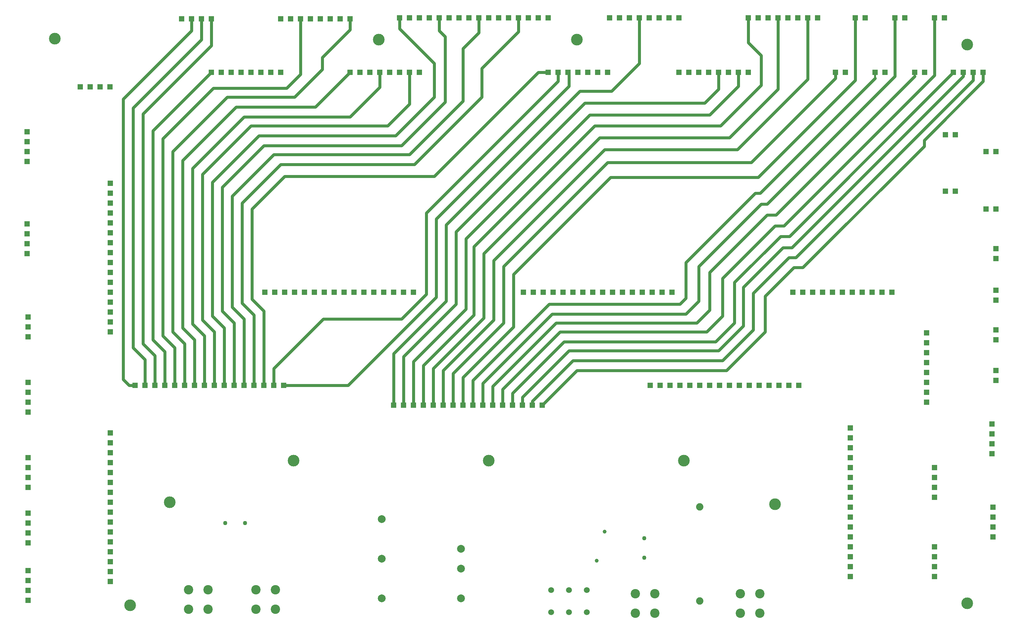
<source format=gbl>
G04 (created by PCBNEW (2013-07-07 BZR 4022)-stable) date 3/30/2016 4:45:44 AM*
%MOIN*%
G04 Gerber Fmt 3.4, Leading zero omitted, Abs format*
%FSLAX34Y34*%
G01*
G70*
G90*
G04 APERTURE LIST*
%ADD10C,0.00590551*%
%ADD11C,0.11811*%
%ADD12R,0.055X0.055*%
%ADD13C,0.0944882*%
%ADD14C,0.0787402*%
%ADD15C,0.0744094*%
%ADD16C,0.0433071*%
%ADD17C,0.0393701*%
%ADD18C,0.0598425*%
%ADD19C,0.0301575*%
%ADD20C,0.0201575*%
%ADD21C,0.01*%
G04 APERTURE END LIST*
G54D10*
G54D11*
X77400Y-29000D03*
G54D12*
X116400Y-32300D03*
X32800Y-63900D03*
X36800Y-63900D03*
X40800Y-63900D03*
X43800Y-63900D03*
X46800Y-63900D03*
X58900Y-65900D03*
X60900Y-65900D03*
X37800Y-63900D03*
X33800Y-63900D03*
X115400Y-32300D03*
X66900Y-65900D03*
X64900Y-65900D03*
X63900Y-65900D03*
X62900Y-65900D03*
X103500Y-32300D03*
X99700Y-26800D03*
X96700Y-26800D03*
X93700Y-32300D03*
X99800Y-63900D03*
X72000Y-54500D03*
X76000Y-54500D03*
X80000Y-54500D03*
X83000Y-54500D03*
X86000Y-54500D03*
X85800Y-63900D03*
X89800Y-63900D03*
X93800Y-63900D03*
X96800Y-63900D03*
X86700Y-26800D03*
X91700Y-32300D03*
X94700Y-26800D03*
X97700Y-26800D03*
X100700Y-26800D03*
X104500Y-32300D03*
X106500Y-26800D03*
X109500Y-26800D03*
X112500Y-32300D03*
X21900Y-39300D03*
X61500Y-26800D03*
X65500Y-26800D03*
X68500Y-26800D03*
X71500Y-26800D03*
X73500Y-26800D03*
X74500Y-32300D03*
X77500Y-32300D03*
X80700Y-26800D03*
X21900Y-40300D03*
X60500Y-32300D03*
X112700Y-58600D03*
X112700Y-60600D03*
X112700Y-62600D03*
X112700Y-64600D03*
X22000Y-76800D03*
X22000Y-73200D03*
X22000Y-66600D03*
X22000Y-63600D03*
X40500Y-32300D03*
X83700Y-26800D03*
X80500Y-32300D03*
X76500Y-32300D03*
X64500Y-26800D03*
X60500Y-26800D03*
X59500Y-32300D03*
X55500Y-32300D03*
X44500Y-32300D03*
X42500Y-32300D03*
X57900Y-54500D03*
X39500Y-26900D03*
X43500Y-32300D03*
X45500Y-32300D03*
X46500Y-32300D03*
X47500Y-26900D03*
X50500Y-26900D03*
X53500Y-26900D03*
X56500Y-32300D03*
X30300Y-54500D03*
X30300Y-55500D03*
X30300Y-68700D03*
X30300Y-69700D03*
X30300Y-72700D03*
X30300Y-73700D03*
X22000Y-84600D03*
X119300Y-70800D03*
X119300Y-68800D03*
X30250Y-33750D03*
X30300Y-53500D03*
X30300Y-52500D03*
X30300Y-51500D03*
X30300Y-49500D03*
X30300Y-46500D03*
X30300Y-44500D03*
X30300Y-43500D03*
X105000Y-68200D03*
X30300Y-83700D03*
X105000Y-82200D03*
X105000Y-81200D03*
X105000Y-79200D03*
X105000Y-77200D03*
X105000Y-76200D03*
X21900Y-50600D03*
X22000Y-59000D03*
X22000Y-65600D03*
X22000Y-72200D03*
X105000Y-83200D03*
X30300Y-81700D03*
X105000Y-80200D03*
X105000Y-78200D03*
X105000Y-75200D03*
X105000Y-74200D03*
X105000Y-71200D03*
X105000Y-70200D03*
X30300Y-45500D03*
X30300Y-47500D03*
X78000Y-54500D03*
X119700Y-59300D03*
X114600Y-44300D03*
X115600Y-38600D03*
X108200Y-54500D03*
X105200Y-54500D03*
X98800Y-63900D03*
X95800Y-63900D03*
X92800Y-63900D03*
X88800Y-63900D03*
X119700Y-62400D03*
X74000Y-54500D03*
X59900Y-54500D03*
X55900Y-54500D03*
X70900Y-65900D03*
X73900Y-65900D03*
X47900Y-54500D03*
X50900Y-54500D03*
X53900Y-54500D03*
X30300Y-50500D03*
X30300Y-79700D03*
X30300Y-77700D03*
X30300Y-76700D03*
X105000Y-73200D03*
X105000Y-72200D03*
X105000Y-69200D03*
X30300Y-58500D03*
X30300Y-48500D03*
X22000Y-57000D03*
X30300Y-56500D03*
X30300Y-57500D03*
X30300Y-70700D03*
X30300Y-71700D03*
X30300Y-74700D03*
X30300Y-75700D03*
X119400Y-77200D03*
X113500Y-74200D03*
X106200Y-54500D03*
X113500Y-80200D03*
X119400Y-78200D03*
X113500Y-75200D03*
X113500Y-72200D03*
X119700Y-58300D03*
X119700Y-46100D03*
X115600Y-44300D03*
X118700Y-40300D03*
X109200Y-54500D03*
X113500Y-82200D03*
X103200Y-54500D03*
X101200Y-54500D03*
X91800Y-63900D03*
X87800Y-63900D03*
X84800Y-63900D03*
X85000Y-54500D03*
X82000Y-54500D03*
X79000Y-54500D03*
X21900Y-49600D03*
X69500Y-26800D03*
X72500Y-26800D03*
X74500Y-26800D03*
X75500Y-32300D03*
X78500Y-32300D03*
X81700Y-26800D03*
X84700Y-26800D03*
X87700Y-26800D03*
X21900Y-47600D03*
X75000Y-54500D03*
X22000Y-58000D03*
X22000Y-64600D03*
X22000Y-71200D03*
X22000Y-74200D03*
X22000Y-77800D03*
X22000Y-79800D03*
X29250Y-33750D03*
X27250Y-33750D03*
X63500Y-26800D03*
X90700Y-32300D03*
X89700Y-32300D03*
X88700Y-32300D03*
X87700Y-32300D03*
X85700Y-26800D03*
X82700Y-26800D03*
X79500Y-32300D03*
X70500Y-26800D03*
X67500Y-26800D03*
X94700Y-32300D03*
X59500Y-26800D03*
X58500Y-32300D03*
X54500Y-32300D03*
X52500Y-26900D03*
X49500Y-26900D03*
X41500Y-32300D03*
X40500Y-26900D03*
X38500Y-26900D03*
X65900Y-65900D03*
X60900Y-54500D03*
X56900Y-54500D03*
X52900Y-54500D03*
X49900Y-54500D03*
X46900Y-54500D03*
X72900Y-65900D03*
X69900Y-65900D03*
X67900Y-65900D03*
X66500Y-26800D03*
X44800Y-63900D03*
X41800Y-63900D03*
X38800Y-63900D03*
X34800Y-63900D03*
X117400Y-32300D03*
X113500Y-26800D03*
X110500Y-26800D03*
X107500Y-32300D03*
X30300Y-80700D03*
X119700Y-51100D03*
X119700Y-50100D03*
X119700Y-55300D03*
X119700Y-54300D03*
X119700Y-63400D03*
X113500Y-73200D03*
X119400Y-76200D03*
X119400Y-79200D03*
X30300Y-78700D03*
X118700Y-46100D03*
X30300Y-82700D03*
X112700Y-65600D03*
X112700Y-63600D03*
X112700Y-61600D03*
X112700Y-59600D03*
X21900Y-38300D03*
X68900Y-65900D03*
X71900Y-65900D03*
X22000Y-85600D03*
X21900Y-48600D03*
X21900Y-41300D03*
X22000Y-82600D03*
X22000Y-78800D03*
X113500Y-81200D03*
X113500Y-83200D03*
X28250Y-33750D03*
X119300Y-67800D03*
X119300Y-69800D03*
X45900Y-54500D03*
X22000Y-83600D03*
X99200Y-54500D03*
X100200Y-54500D03*
X102200Y-54500D03*
X104200Y-54500D03*
X107200Y-54500D03*
X114600Y-38600D03*
X119700Y-40300D03*
X59900Y-65900D03*
X108500Y-32300D03*
X111500Y-32300D03*
X114500Y-26800D03*
X118400Y-32300D03*
X35800Y-63900D03*
X39800Y-63900D03*
X42800Y-63900D03*
X45800Y-63900D03*
X47800Y-63900D03*
X105500Y-26800D03*
X61900Y-65900D03*
X47500Y-32300D03*
X48500Y-26900D03*
X51500Y-26900D03*
X54500Y-26900D03*
X57500Y-32300D03*
X61500Y-32300D03*
X62500Y-26800D03*
X87000Y-54500D03*
X48900Y-54500D03*
X51900Y-54500D03*
X54900Y-54500D03*
X58900Y-54500D03*
X73000Y-54500D03*
X77000Y-54500D03*
X81000Y-54500D03*
X84000Y-54500D03*
X37500Y-26900D03*
X86800Y-63900D03*
X90800Y-63900D03*
X94800Y-63900D03*
X97800Y-63900D03*
X92700Y-32300D03*
X95700Y-26800D03*
X98700Y-26800D03*
X101700Y-26800D03*
G54D11*
X24700Y-28900D03*
X32300Y-86100D03*
X116800Y-85900D03*
X116800Y-29500D03*
X68500Y-71500D03*
X57400Y-29000D03*
G54D13*
X93900Y-86900D03*
X93900Y-84931D03*
X95868Y-84931D03*
X95868Y-86900D03*
X83300Y-86900D03*
X83300Y-84931D03*
X85268Y-84931D03*
X85268Y-86900D03*
X38200Y-86500D03*
X38200Y-84531D03*
X40168Y-84531D03*
X40168Y-86500D03*
X45000Y-86500D03*
X45000Y-84531D03*
X46968Y-84531D03*
X46968Y-86500D03*
G54D14*
X65700Y-82400D03*
X65700Y-80400D03*
X57700Y-77400D03*
X57700Y-81400D03*
X57700Y-85400D03*
X65700Y-85400D03*
G54D15*
X89800Y-85651D03*
X89800Y-76148D03*
G54D16*
X41915Y-77800D03*
X43884Y-77800D03*
X84200Y-81284D03*
X84200Y-79315D03*
G54D17*
X80187Y-78647D03*
X79400Y-81600D03*
G54D11*
X88200Y-71500D03*
X48800Y-71500D03*
X36300Y-75700D03*
X97400Y-75900D03*
G54D18*
X74788Y-84555D03*
X76600Y-84555D03*
X78411Y-84555D03*
X74788Y-86800D03*
X76600Y-86800D03*
X78411Y-86800D03*
G54D19*
X76100Y-59500D02*
X91400Y-59500D01*
X97950Y-48850D02*
X98850Y-48850D01*
X91400Y-59500D02*
X93300Y-57600D01*
X93300Y-57600D02*
X93300Y-53500D01*
X93300Y-53500D02*
X97950Y-48850D01*
X70900Y-65900D02*
X70900Y-64700D01*
X98850Y-48850D02*
X115400Y-32300D01*
X70900Y-64700D02*
X76100Y-59500D01*
X77000Y-61400D02*
X92100Y-61400D01*
X72900Y-65900D02*
X72900Y-65500D01*
X92100Y-61400D02*
X95200Y-58300D01*
X95200Y-58300D02*
X95200Y-54600D01*
X95200Y-54600D02*
X98800Y-51000D01*
X98800Y-51000D02*
X99500Y-51000D01*
X117400Y-33100D02*
X99500Y-51000D01*
X117400Y-32900D02*
X117400Y-32300D01*
X117400Y-32900D02*
X117400Y-33100D01*
X72900Y-65500D02*
X77000Y-61400D01*
X91700Y-60400D02*
X76600Y-60400D01*
X71900Y-65900D02*
X71900Y-65100D01*
X91700Y-60400D02*
X94200Y-57900D01*
X94200Y-57900D02*
X94200Y-54000D01*
X94200Y-54000D02*
X98200Y-50000D01*
X99100Y-50000D02*
X110200Y-38900D01*
X99100Y-50000D02*
X98200Y-50000D01*
X71900Y-65100D02*
X76600Y-60400D01*
X110200Y-38900D02*
X110200Y-38900D01*
X116400Y-32700D02*
X116400Y-32300D01*
X110200Y-38900D02*
X116400Y-32700D01*
X74600Y-55700D02*
X87800Y-55700D01*
X95400Y-44500D02*
X88400Y-51500D01*
X95400Y-44500D02*
X95900Y-44500D01*
X95900Y-44500D02*
X107500Y-32900D01*
G54D20*
X107500Y-32300D02*
X107500Y-32900D01*
G54D19*
X88400Y-51500D02*
X88400Y-55100D01*
X88400Y-55100D02*
X87800Y-55700D01*
X66900Y-63400D02*
X66900Y-65900D01*
X74600Y-55700D02*
X66900Y-63400D01*
X67800Y-31900D02*
X71500Y-28200D01*
X71500Y-28200D02*
X71500Y-26800D01*
X44800Y-56800D02*
X43600Y-55600D01*
X43600Y-45500D02*
X44800Y-44300D01*
X43600Y-55600D02*
X43600Y-45500D01*
X44800Y-63900D02*
X44800Y-56800D01*
X47500Y-41600D02*
X61000Y-41600D01*
X47500Y-41600D02*
X44800Y-44300D01*
X67800Y-34800D02*
X67800Y-31900D01*
X61000Y-41600D02*
X67800Y-34800D01*
X59500Y-26800D02*
X59500Y-27900D01*
X41800Y-58100D02*
X40600Y-56900D01*
X40600Y-43400D02*
X41800Y-42200D01*
X40600Y-56900D02*
X40600Y-43400D01*
X41800Y-58100D02*
X41800Y-63900D01*
X45300Y-38700D02*
X59100Y-38700D01*
X41800Y-42200D02*
X45300Y-38700D01*
X63000Y-34800D02*
X63000Y-31400D01*
X59100Y-38700D02*
X63000Y-34800D01*
X59500Y-27900D02*
X63000Y-31400D01*
X88400Y-56700D02*
X74900Y-56700D01*
X67900Y-65900D02*
X67900Y-63700D01*
X109500Y-32700D02*
X109500Y-26800D01*
X96600Y-45600D02*
X109500Y-32700D01*
X96000Y-45600D02*
X96600Y-45600D01*
X89700Y-51900D02*
X96000Y-45600D01*
X89700Y-55400D02*
X89700Y-51900D01*
X88400Y-56700D02*
X89700Y-55400D01*
X74900Y-56700D02*
X67900Y-63700D01*
X42800Y-57600D02*
X41600Y-56400D01*
X41600Y-43900D02*
X42800Y-42700D01*
X41600Y-56400D02*
X41600Y-43900D01*
X63500Y-26800D02*
X63500Y-28100D01*
X42800Y-42700D02*
X45800Y-39700D01*
X64100Y-35300D02*
X64100Y-28700D01*
X59700Y-39700D02*
X64100Y-35300D01*
X45800Y-39700D02*
X59700Y-39700D01*
X63500Y-28100D02*
X64100Y-28700D01*
X42800Y-63900D02*
X42800Y-57600D01*
X43800Y-57200D02*
X42600Y-56000D01*
X42600Y-44800D02*
X43800Y-43600D01*
X42600Y-56000D02*
X42600Y-44800D01*
X46800Y-40600D02*
X60500Y-40600D01*
X46800Y-40600D02*
X43800Y-43600D01*
X67500Y-28300D02*
X67500Y-26800D01*
X65900Y-29900D02*
X67500Y-28300D01*
X65900Y-35200D02*
X65900Y-29900D01*
X60500Y-40600D02*
X65900Y-35200D01*
X43800Y-63900D02*
X43800Y-57200D01*
X40800Y-58500D02*
X39600Y-57300D01*
X39600Y-42600D02*
X40800Y-41400D01*
X39600Y-57300D02*
X39600Y-42600D01*
X40800Y-63800D02*
X40800Y-58500D01*
X44500Y-37700D02*
X58300Y-37700D01*
X40800Y-41400D02*
X44500Y-37700D01*
X60500Y-35500D02*
X60500Y-32300D01*
X58300Y-37700D02*
X60500Y-35500D01*
X75300Y-57600D02*
X89500Y-57600D01*
X68900Y-65900D02*
X68900Y-64000D01*
G54D20*
X111500Y-32700D02*
X111500Y-32300D01*
G54D19*
X97500Y-46700D02*
X111500Y-32700D01*
X96600Y-46700D02*
X97500Y-46700D01*
X90800Y-52500D02*
X96600Y-46700D01*
X90800Y-56300D02*
X90800Y-52500D01*
X89500Y-57600D02*
X90800Y-56300D01*
X75300Y-57600D02*
X68900Y-64000D01*
X37800Y-59700D02*
X36600Y-58500D01*
X36600Y-40300D02*
X37800Y-39100D01*
X36600Y-58500D02*
X36600Y-40300D01*
X37800Y-63900D02*
X37800Y-59700D01*
X42100Y-34800D02*
X48900Y-34800D01*
X37800Y-39100D02*
X42100Y-34800D01*
X54500Y-28000D02*
X54500Y-26900D01*
X51700Y-30800D02*
X54500Y-28000D01*
X51700Y-32000D02*
X51700Y-30800D01*
X48900Y-34800D02*
X51700Y-32000D01*
X38800Y-59300D02*
X37600Y-58100D01*
X37600Y-41200D02*
X38800Y-40000D01*
X37600Y-58100D02*
X37600Y-41200D01*
X38800Y-63900D02*
X38800Y-59300D01*
X43000Y-35800D02*
X51000Y-35800D01*
X38800Y-40000D02*
X43000Y-35800D01*
X51000Y-35800D02*
X54500Y-32300D01*
X39800Y-58900D02*
X38600Y-57700D01*
X38600Y-42000D02*
X39800Y-40800D01*
X38600Y-57700D02*
X38600Y-42000D01*
X39800Y-63900D02*
X39800Y-58900D01*
X43800Y-36800D02*
X54500Y-36800D01*
X39800Y-40800D02*
X43800Y-36800D01*
X57500Y-33800D02*
X57500Y-32300D01*
X54500Y-36800D02*
X57500Y-33800D01*
X90500Y-58500D02*
X75700Y-58500D01*
X69900Y-65900D02*
X69900Y-64300D01*
X113500Y-32600D02*
X113500Y-26800D01*
X98300Y-47800D02*
X113500Y-32600D01*
X97400Y-47800D02*
X98300Y-47800D01*
X92100Y-53100D02*
X97400Y-47800D01*
X92100Y-56900D02*
X92100Y-53100D01*
X90500Y-58500D02*
X92100Y-56900D01*
X69900Y-64300D02*
X75700Y-58500D01*
X34800Y-60900D02*
X33600Y-59700D01*
X33600Y-36500D02*
X34800Y-35300D01*
X33600Y-59700D02*
X33600Y-36500D01*
X34800Y-63900D02*
X34800Y-60900D01*
X40500Y-28600D02*
X40500Y-26900D01*
X40500Y-29600D02*
X40500Y-28600D01*
X34800Y-35300D02*
X40500Y-29600D01*
X32600Y-60100D02*
X33800Y-61300D01*
X39500Y-29000D02*
X39500Y-28300D01*
X32600Y-35900D02*
X39500Y-29000D01*
X39500Y-26900D02*
X39500Y-28300D01*
X32600Y-35900D02*
X32600Y-60100D01*
X33800Y-61300D02*
X33800Y-63900D01*
X32800Y-63900D02*
X32200Y-63900D01*
X31600Y-63300D02*
X31600Y-61700D01*
X32200Y-63900D02*
X31600Y-63300D01*
X38500Y-28100D02*
X38500Y-26900D01*
X38500Y-28100D02*
X31600Y-35000D01*
X31600Y-61700D02*
X31600Y-35000D01*
X35800Y-60500D02*
X34600Y-59300D01*
X34600Y-38200D02*
X35800Y-37000D01*
X34600Y-59300D02*
X34600Y-38200D01*
X35800Y-60500D02*
X35800Y-63900D01*
X35800Y-37000D02*
X40500Y-32300D01*
X36800Y-60100D02*
X35600Y-58900D01*
X35600Y-39000D02*
X36800Y-37800D01*
X35600Y-58900D02*
X35600Y-39000D01*
X36800Y-63900D02*
X36800Y-60100D01*
X36800Y-37800D02*
X40700Y-33900D01*
X49500Y-32500D02*
X49500Y-26900D01*
X48100Y-33900D02*
X49500Y-32500D01*
X40700Y-33900D02*
X48100Y-33900D01*
X77700Y-34200D02*
X80900Y-34200D01*
X80900Y-34200D02*
X83700Y-31400D01*
X83700Y-26800D02*
X83700Y-31400D01*
X58900Y-60700D02*
X58900Y-65900D01*
X58900Y-60700D02*
X64200Y-55400D01*
X64200Y-55400D02*
X64200Y-47700D01*
X77700Y-34200D02*
X64200Y-47700D01*
X63000Y-42800D02*
X73500Y-32300D01*
X45800Y-63900D02*
X45800Y-56400D01*
X47900Y-42800D02*
X63000Y-42800D01*
X44600Y-46100D02*
X47900Y-42800D01*
X44600Y-55200D02*
X44600Y-46100D01*
X45800Y-56400D02*
X44600Y-55200D01*
X74500Y-32300D02*
X73500Y-32300D01*
G54D21*
X74500Y-32300D02*
X74400Y-32300D01*
G54D19*
X62200Y-46500D02*
X75500Y-33200D01*
X75500Y-32300D02*
X75500Y-33200D01*
X62200Y-54700D02*
X59700Y-57200D01*
X59700Y-57200D02*
X51800Y-57200D01*
X51800Y-57200D02*
X46800Y-62200D01*
X46800Y-62200D02*
X46800Y-63800D01*
X62200Y-54700D02*
X62200Y-46500D01*
X76500Y-32300D02*
X76600Y-32400D01*
X76600Y-32400D02*
X76600Y-33700D01*
X47800Y-63900D02*
X54300Y-63900D01*
X54300Y-63900D02*
X63200Y-55000D01*
X63200Y-55000D02*
X63200Y-47100D01*
X63200Y-47100D02*
X76600Y-33700D01*
X92800Y-38900D02*
X79700Y-38900D01*
X68000Y-50600D02*
X68000Y-57100D01*
X97700Y-34000D02*
X92800Y-38900D01*
X97700Y-26800D02*
X97700Y-34000D01*
X62900Y-62200D02*
X68000Y-57100D01*
X62900Y-62200D02*
X62900Y-65900D01*
X68000Y-50600D02*
X79700Y-38900D01*
X80200Y-40100D02*
X93600Y-40100D01*
X69000Y-51300D02*
X69000Y-57300D01*
X100700Y-33000D02*
X93600Y-40100D01*
X100700Y-26800D02*
X100700Y-33000D01*
X63900Y-62400D02*
X63900Y-65900D01*
X69000Y-57300D02*
X63900Y-62400D01*
X80200Y-40100D02*
X69000Y-51300D01*
X64900Y-65900D02*
X64900Y-62700D01*
X103500Y-32900D02*
X103500Y-32300D01*
X95000Y-41400D02*
X103500Y-32900D01*
X80500Y-41400D02*
X95000Y-41400D01*
X70000Y-51900D02*
X80500Y-41400D01*
X70000Y-57600D02*
X70000Y-51900D01*
X64900Y-62700D02*
X70000Y-57600D01*
X95700Y-42900D02*
X105500Y-33100D01*
X65900Y-65900D02*
X65900Y-63100D01*
X105500Y-33100D02*
X105500Y-26800D01*
X80800Y-42900D02*
X95700Y-42900D01*
X71000Y-52700D02*
X80800Y-42900D01*
X71000Y-58000D02*
X71000Y-52700D01*
X65900Y-63100D02*
X71000Y-58000D01*
X90300Y-35400D02*
X91700Y-34000D01*
X78200Y-35400D02*
X87700Y-35400D01*
X91700Y-32300D02*
X91700Y-34000D01*
X90300Y-35400D02*
X87700Y-35400D01*
X59900Y-61000D02*
X65200Y-55700D01*
X59900Y-61000D02*
X59900Y-65900D01*
X65200Y-55700D02*
X65200Y-48400D01*
X78200Y-35400D02*
X65200Y-48400D01*
X90800Y-36600D02*
X78700Y-36600D01*
X60900Y-65900D02*
X60900Y-61500D01*
X66200Y-56200D02*
X60900Y-61500D01*
X93700Y-33700D02*
X93700Y-32300D01*
X90800Y-36600D02*
X93700Y-33700D01*
X66200Y-49100D02*
X66200Y-56200D01*
X78700Y-36600D02*
X66200Y-49100D01*
X91900Y-37700D02*
X79200Y-37700D01*
X94700Y-29300D02*
X96000Y-30600D01*
X96000Y-30600D02*
X96000Y-33600D01*
X96000Y-33600D02*
X91900Y-37700D01*
X94700Y-26800D02*
X94700Y-29300D01*
X61900Y-61900D02*
X61900Y-65900D01*
X67000Y-56800D02*
X61900Y-61900D01*
X67000Y-49900D02*
X67000Y-56800D01*
X79200Y-37700D02*
X67000Y-49900D01*
X92500Y-62400D02*
X77400Y-62400D01*
X92500Y-62400D02*
X96400Y-58500D01*
X96400Y-58500D02*
X96400Y-54900D01*
X96400Y-54900D02*
X99300Y-52000D01*
X112450Y-39150D02*
X118400Y-33200D01*
X118400Y-32300D02*
X118400Y-33200D01*
X112450Y-39750D02*
X100200Y-52000D01*
X112450Y-39150D02*
X112450Y-39750D01*
X100200Y-52000D02*
X99300Y-52000D01*
X77400Y-62400D02*
X73900Y-65900D01*
M02*

</source>
